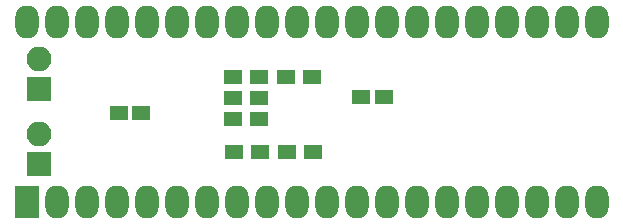
<source format=gbr>
G04 #@! TF.FileFunction,Soldermask,Bot*
%FSLAX46Y46*%
G04 Gerber Fmt 4.6, Leading zero omitted, Abs format (unit mm)*
G04 Created by KiCad (PCBNEW 4.0.7) date 04/07/18 18:45:30*
%MOMM*%
%LPD*%
G01*
G04 APERTURE LIST*
%ADD10C,0.100000*%
%ADD11R,2.000000X2.800000*%
%ADD12O,2.000000X2.800000*%
%ADD13R,1.600000X1.150000*%
%ADD14R,2.100000X2.100000*%
%ADD15O,2.100000X2.100000*%
%ADD16R,1.600000X1.300000*%
G04 APERTURE END LIST*
D10*
D11*
X122148600Y-98513900D03*
D12*
X170408600Y-83273900D03*
X124688600Y-98513900D03*
X167868600Y-83273900D03*
X127228600Y-98513900D03*
X165328600Y-83273900D03*
X129768600Y-98513900D03*
X162788600Y-83273900D03*
X132308600Y-98513900D03*
X160248600Y-83273900D03*
X134848600Y-98513900D03*
X157708600Y-83273900D03*
X137388600Y-98513900D03*
X155168600Y-83273900D03*
X139928600Y-98513900D03*
X152628600Y-83273900D03*
X142468600Y-98513900D03*
X150088600Y-83273900D03*
X145008600Y-98513900D03*
X147548600Y-83273900D03*
X147548600Y-98513900D03*
X145008600Y-83273900D03*
X150088600Y-98513900D03*
X142468600Y-83273900D03*
X152628600Y-98513900D03*
X139928600Y-83273900D03*
X155168600Y-98513900D03*
X137388600Y-83273900D03*
X157708600Y-98513900D03*
X134848600Y-83273900D03*
X160248600Y-98513900D03*
X132308600Y-83273900D03*
X162788600Y-98513900D03*
X129768600Y-83273900D03*
X165328600Y-98513900D03*
X127228600Y-83273900D03*
X167868600Y-98513900D03*
X124688600Y-83273900D03*
X170408600Y-98513900D03*
X122148600Y-83273900D03*
D13*
X131838740Y-90957400D03*
X129938740Y-90957400D03*
X150497500Y-89598500D03*
X152397500Y-89598500D03*
D14*
X123190000Y-88900000D03*
D15*
X123190000Y-86360000D03*
D14*
X123190000Y-95250000D03*
D15*
X123190000Y-92710000D03*
D16*
X141816000Y-91440000D03*
X139616000Y-91440000D03*
X141816000Y-87884000D03*
X139616000Y-87884000D03*
X141816000Y-89662000D03*
X139616000Y-89662000D03*
X144188000Y-94234000D03*
X146388000Y-94234000D03*
X139679500Y-94234000D03*
X141879500Y-94234000D03*
X144124500Y-87884000D03*
X146324500Y-87884000D03*
M02*

</source>
